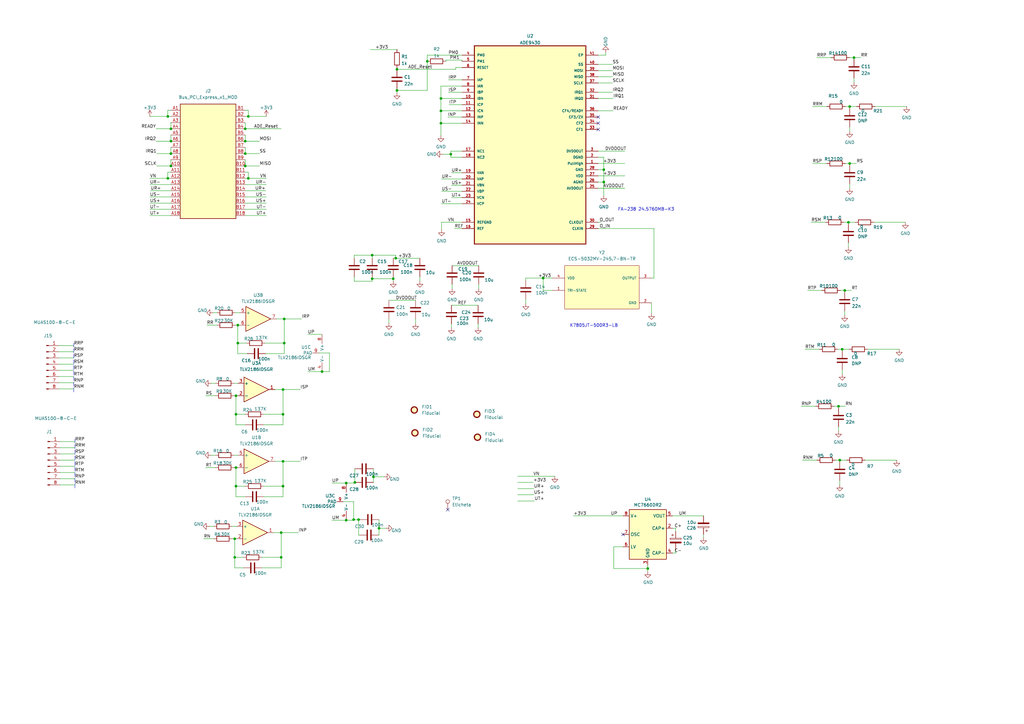
<source format=kicad_sch>
(kicad_sch (version 20211123) (generator eeschema)
  (paper "A3")
  (title_block (title "ADE Interface") (rev "4.0") (company "Delta Electronics SRL"))
  (junction (at 96.774 199.39))
  (junction (at 222.758 114.046))
  (junction (at 348.488 67.056))
  (junction (at 96.774 169.926))
  (junction (at 116.586 130.81))
  (junction (at 184.912 63.246))
  (junction (at 115.316 228.6))
  (junction (at 68.834 73.152))
  (junction (at 347.98 91.186))
  (junction (at 343.916 166.624))
  (junction (at 101.854 73.152))
  (junction (at 97.536 133.35))
  (junction (at 141.986 213.36))
  (junction (at 70.104 68.072))
  (junction (at 147.066 213.106))
  (junction (at 116.586 140.716))
  (junction (at 96.774 162.306))
  (junction (at 96.774 191.77))
  (junction (at 116.078 189.23))
  (junction (at 100.584 62.992))
  (junction (at 100.584 68.072))
  (junction (at 70.104 62.992))
  (junction (at 96.266 220.98))
  (junction (at 101.854 47.752))
  (junction (at 141.986 198.12))
  (junction (at 346.456 119.126))
  (junction (at 348.488 43.688))
  (junction (at 152.654 114.3))
  (junction (at 180.848 45.466))
  (junction (at 161.29 114.3))
  (junction (at 100.584 52.832))
  (junction (at 155.448 216.662))
  (junction (at 247.65 74.676))
  (junction (at 153.162 195.58))
  (junction (at 115.316 218.44))
  (junction (at 350.266 23.622))
  (junction (at 344.424 188.722))
  (junction (at 70.104 52.832))
  (junction (at 145.542 197.866))
  (junction (at 96.266 228.6))
  (junction (at 162.306 105.918))
  (junction (at 68.834 47.752))
  (junction (at 162.814 37.084))
  (junction (at 265.684 233.172))
  (junction (at 180.848 40.386))
  (junction (at 70.104 57.912))
  (junction (at 175.26 25.146))
  (junction (at 116.078 199.39))
  (junction (at 247.65 69.596))
  (junction (at 100.584 57.912))
  (junction (at 345.44 143.256))
  (junction (at 97.536 140.716))
  (junction (at 145.034 213.106))
  (junction (at 116.078 169.926))
  (junction (at 180.848 50.546))
  (junction (at 162.814 28.448))
  (junction (at 152.654 104.648))
  (junction (at 132.08 152.4))
  (junction (at 116.078 159.766))
  (no_connect (at 79.248 335.788))
  (no_connect (at 245.364 53.086))
  (no_connect (at 245.364 48.006))
  (no_connect (at 245.364 50.546))
  (no_connect (at 183.642 209.042))
  (no_connect (at 255.524 219.202))
  (wire (pts (xy 245.364 69.596) (xy 247.65 69.596)))
  (wire (pts (xy 347.98 99.568) (xy 347.98 101.346)))
  (wire (pts (xy 268.224 114.046) (xy 267.208 114.046)))
  (wire (pts (xy 184.912 63.246) (xy 181.61 63.246)))
  (wire (pts (xy 70.104 55.372) (xy 70.104 57.912)))
  (wire (pts (xy 24.13 141.732) (xy 30.226 141.732)))
  (wire (pts (xy 108.966 145.034) (xy 116.586 145.034)))
  (wire (pts (xy 83.566 220.98) (xy 87.63 220.98)))
  (wire (pts (xy 275.844 226.822) (xy 277.114 226.822)))
  (wire (pts (xy 347.98 91.186) (xy 350.774 91.186)))
  (wire (pts (xy 162.306 105.918) (xy 172.212 105.918)))
  (wire (pts (xy 70.104 50.292) (xy 70.104 52.832)))
  (wire (pts (xy 159.512 130.81) (xy 159.512 132.588)))
  (wire (pts (xy 109.22 88.392) (xy 100.584 88.392)))
  (wire (pts (xy 24.13 156.972) (xy 30.226 156.972)))
  (wire (pts (xy 84.328 191.77) (xy 88.392 191.77)))
  (wire (pts (xy 255.524 224.282) (xy 251.714 224.282)))
  (wire (pts (xy 245.364 91.186) (xy 246.38 91.186)))
  (wire (pts (xy 100.584 199.39) (xy 96.774 199.39)))
  (wire (pts (xy 101.092 140.716) (xy 97.536 140.716)))
  (wire (pts (xy 147.066 213.106) (xy 147.066 219.456)))
  (wire (pts (xy 181.102 73.406) (xy 189.484 73.406)))
  (wire (pts (xy 155.448 213.106) (xy 155.448 216.662)))
  (polyline (pts (xy 30.734 180.086) (xy 30.734 200.152)))
  (wire (pts (xy 347.98 91.186) (xy 347.98 91.948)))
  (wire (pts (xy 348.488 67.056) (xy 351.282 67.056)))
  (wire (pts (xy 140.716 205.74) (xy 145.034 205.74)))
  (wire (pts (xy 189.484 24.638) (xy 189.484 25.146)))
  (wire (pts (xy 267.208 124.206) (xy 267.208 128.524)))
  (wire (pts (xy 346.456 119.126) (xy 349.25 119.126)))
  (wire (pts (xy 182.88 25.146) (xy 182.88 24.638)))
  (wire (pts (xy 345.44 143.256) (xy 345.44 144.018)))
  (wire (pts (xy 247.65 64.516) (xy 245.364 64.516)))
  (wire (pts (xy 172.212 113.538) (xy 172.212 115.316)))
  (wire (pts (xy 335.026 23.622) (xy 340.868 23.622)))
  (wire (pts (xy 108.966 78.232) (xy 100.584 78.232)))
  (wire (pts (xy 116.586 140.716) (xy 116.586 130.81)))
  (wire (pts (xy 247.65 69.596) (xy 247.65 74.676)))
  (wire (pts (xy 346.202 91.186) (xy 347.98 91.186)))
  (wire (pts (xy 145.034 205.74) (xy 145.034 213.106)))
  (wire (pts (xy 24.638 198.882) (xy 30.734 198.882)))
  (wire (pts (xy 115.316 52.832) (xy 100.584 52.832)))
  (wire (pts (xy 155.448 216.662) (xy 158.242 216.662)))
  (wire (pts (xy 170.434 130.81) (xy 170.434 132.588)))
  (wire (pts (xy 96.266 232.918) (xy 99.822 232.918)))
  (wire (pts (xy 115.316 232.918) (xy 115.316 228.6)))
  (wire (pts (xy 96.266 232.918) (xy 96.266 228.6)))
  (wire (pts (xy 344.424 188.722) (xy 344.424 189.484)))
  (wire (pts (xy 189.484 48.006) (xy 183.642 48.006)))
  (wire (pts (xy 348.488 23.622) (xy 350.266 23.622)))
  (wire (pts (xy 343.916 166.624) (xy 343.916 167.386)))
  (wire (pts (xy 96.774 162.306) (xy 97.536 162.306)))
  (wire (pts (xy 135.128 152.4) (xy 132.08 152.4)))
  (wire (pts (xy 196.342 116.586) (xy 196.342 118.364)))
  (wire (pts (xy 342.646 188.722) (xy 344.424 188.722)))
  (wire (pts (xy 141.986 198.12) (xy 145.542 198.12)))
  (wire (pts (xy 68.834 47.752) (xy 70.104 47.752)))
  (wire (pts (xy 245.364 26.416) (xy 251.206 26.416)))
  (wire (pts (xy 24.638 188.722) (xy 30.734 188.722)))
  (wire (pts (xy 24.13 159.512) (xy 30.226 159.512)))
  (wire (pts (xy 108.204 169.926) (xy 116.078 169.926)))
  (wire (pts (xy 161.29 114.3) (xy 161.29 115.316)))
  (wire (pts (xy 344.424 197.104) (xy 344.424 198.882)))
  (wire (pts (xy 24.638 193.802) (xy 30.734 193.802)))
  (wire (pts (xy 68.834 73.152) (xy 70.104 73.152)))
  (wire (pts (xy 329.184 188.722) (xy 335.026 188.722)))
  (wire (pts (xy 350.266 23.622) (xy 353.06 23.622)))
  (wire (pts (xy 116.078 174.244) (xy 116.078 169.926)))
  (wire (pts (xy 107.442 228.6) (xy 115.316 228.6)))
  (wire (pts (xy 151.892 20.32) (xy 162.814 20.32)))
  (wire (pts (xy 212.344 195.326) (xy 227.584 195.326)))
  (wire (pts (xy 84.836 133.35) (xy 88.9 133.35)))
  (wire (pts (xy 215.646 114.046) (xy 215.646 115.062)))
  (wire (pts (xy 108.204 203.708) (xy 116.078 203.708)))
  (wire (pts (xy 155.448 219.456) (xy 155.194 219.456)))
  (wire (pts (xy 180.848 45.466) (xy 189.484 45.466)))
  (wire (pts (xy 277.114 216.662) (xy 277.114 217.932)))
  (wire (pts (xy 97.536 145.034) (xy 97.536 140.716)))
  (wire (pts (xy 162.814 27.94) (xy 162.814 28.448)))
  (wire (pts (xy 109.22 73.152) (xy 101.854 73.152)))
  (wire (pts (xy 245.364 93.726) (xy 268.224 93.726)))
  (wire (pts (xy 145.542 198.12) (xy 145.542 197.866)))
  (wire (pts (xy 61.468 85.852) (xy 70.104 85.852)))
  (wire (pts (xy 96.774 174.244) (xy 100.584 174.244)))
  (wire (pts (xy 180.848 50.546) (xy 189.484 50.546)))
  (wire (pts (xy 189.484 91.186) (xy 181.102 91.186)))
  (wire (pts (xy 152.654 114.3) (xy 161.29 114.3)))
  (wire (pts (xy 70.104 65.532) (xy 70.104 68.072)))
  (wire (pts (xy 328.676 166.624) (xy 334.518 166.624)))
  (wire (pts (xy 101.854 47.752) (xy 100.584 47.752)))
  (wire (pts (xy 182.88 24.638) (xy 189.484 24.638)))
  (wire (pts (xy 189.484 61.976) (xy 184.912 61.976)))
  (wire (pts (xy 155.448 216.662) (xy 155.448 219.456)))
  (wire (pts (xy 180.848 40.386) (xy 180.848 45.466)))
  (wire (pts (xy 185.166 125.222) (xy 196.088 125.222)))
  (wire (pts (xy 185.166 81.026) (xy 189.484 81.026)))
  (wire (pts (xy 245.364 45.466) (xy 251.46 45.466)))
  (wire (pts (xy 116.586 145.034) (xy 116.586 140.716)))
  (wire (pts (xy 108.204 199.39) (xy 116.078 199.39)))
  (wire (pts (xy 96.266 228.6) (xy 96.266 220.98)))
  (wire (pts (xy 115.316 218.44) (xy 122.428 218.44)))
  (wire (pts (xy 70.104 70.612) (xy 68.834 70.612)))
  (polyline (pts (xy 30.226 160.782) (xy 30.226 160.782)))
  (wire (pts (xy 332.74 91.186) (xy 338.582 91.186)))
  (wire (pts (xy 185.42 108.966) (xy 196.342 108.966)))
  (wire (pts (xy 215.646 122.682) (xy 215.646 124.46)))
  (wire (pts (xy 247.65 74.676) (xy 247.65 80.264)))
  (wire (pts (xy 245.364 74.676) (xy 247.65 74.676)))
  (wire (pts (xy 96.774 174.244) (xy 96.774 169.926)))
  (wire (pts (xy 275.844 211.582) (xy 288.544 211.582)))
  (wire (pts (xy 88.392 157.226) (xy 86.614 157.226)))
  (wire (pts (xy 108.204 174.244) (xy 116.078 174.244)))
  (wire (pts (xy 245.364 31.496) (xy 251.206 31.496)))
  (wire (pts (xy 350.266 32.004) (xy 350.266 33.782)))
  (wire (pts (xy 189.484 27.686) (xy 186.944 27.686)))
  (wire (pts (xy 61.468 75.692) (xy 70.104 75.692)))
  (wire (pts (xy 24.638 181.102) (xy 30.734 181.102)))
  (wire (pts (xy 248.412 22.606) (xy 248.412 21.59)))
  (wire (pts (xy 348.488 75.438) (xy 348.488 77.216)))
  (wire (pts (xy 344.424 188.722) (xy 347.218 188.722)))
  (wire (pts (xy 212.344 197.866) (xy 218.694 197.866)))
  (wire (pts (xy 132.08 137.16) (xy 126.238 137.16)))
  (wire (pts (xy 348.488 43.688) (xy 348.488 44.45)))
  (wire (pts (xy 61.468 80.772) (xy 70.104 80.772)))
  (wire (pts (xy 153.162 195.58) (xy 153.162 197.866)))
  (wire (pts (xy 61.468 88.392) (xy 70.104 88.392)))
  (wire (pts (xy 186.944 28.448) (xy 162.814 28.448)))
  (wire (pts (xy 162.814 28.448) (xy 162.814 28.702)))
  (wire (pts (xy 145.034 213.106) (xy 145.034 213.36)))
  (wire (pts (xy 68.834 70.612) (xy 68.834 73.152)))
  (wire (pts (xy 186.944 27.686) (xy 186.944 28.448)))
  (wire (pts (xy 141.986 213.36) (xy 136.144 213.36)))
  (wire (pts (xy 181.102 91.186) (xy 181.102 94.234)))
  (wire (pts (xy 109.22 75.692) (xy 100.584 75.692)))
  (wire (pts (xy 355.854 143.256) (xy 368.808 143.256)))
  (wire (pts (xy 96.774 203.708) (xy 96.774 199.39)))
  (wire (pts (xy 180.848 35.306) (xy 180.848 40.386)))
  (wire (pts (xy 162.814 36.322) (xy 162.814 37.084)))
  (wire (pts (xy 100.584 45.212) (xy 101.854 45.212)))
  (wire (pts (xy 116.586 130.81) (xy 123.698 130.81)))
  (wire (pts (xy 70.104 62.992) (xy 64.262 62.992)))
  (wire (pts (xy 189.484 64.516) (xy 184.912 64.516)))
  (wire (pts (xy 185.166 132.842) (xy 185.166 134.366)))
  (wire (pts (xy 101.854 70.612) (xy 101.854 73.152)))
  (wire (pts (xy 344.678 119.126) (xy 346.456 119.126)))
  (wire (pts (xy 245.364 34.036) (xy 251.206 34.036)))
  (wire (pts (xy 346.71 43.688) (xy 348.488 43.688)))
  (wire (pts (xy 97.536 145.034) (xy 101.346 145.034)))
  (wire (pts (xy 180.848 40.386) (xy 189.484 40.386)))
  (wire (pts (xy 161.29 113.538) (xy 161.29 114.3)))
  (wire (pts (xy 132.08 152.4) (xy 126.238 152.4)))
  (wire (pts (xy 226.568 114.046) (xy 222.758 114.046)))
  (wire (pts (xy 185.166 70.866) (xy 189.484 70.866)))
  (wire (pts (xy 186.436 93.726) (xy 189.484 93.726)))
  (wire (pts (xy 184.912 61.976) (xy 184.912 63.246)))
  (wire (pts (xy 109.22 47.752) (xy 101.854 47.752)))
  (wire (pts (xy 115.316 228.6) (xy 115.316 218.44)))
  (wire (pts (xy 189.484 35.306) (xy 180.848 35.306)))
  (wire (pts (xy 96.012 162.306) (xy 96.774 162.306)))
  (wire (pts (xy 212.344 202.946) (xy 218.948 202.946)))
  (wire (pts (xy 24.638 196.342) (xy 30.734 196.342)))
  (wire (pts (xy 24.13 146.812) (xy 30.226 146.812)))
  (wire (pts (xy 343.916 175.006) (xy 343.916 176.784)))
  (wire (pts (xy 24.638 191.262) (xy 30.734 191.262)))
  (wire (pts (xy 109.22 83.312) (xy 100.584 83.312)))
  (wire (pts (xy 180.848 50.546) (xy 180.848 55.626)))
  (wire (pts (xy 147.574 219.456) (xy 147.066 219.456)))
  (wire (pts (xy 185.166 75.946) (xy 189.484 75.946)))
  (wire (pts (xy 145.288 105.918) (xy 145.288 104.648)))
  (wire (pts (xy 101.854 73.152) (xy 100.584 73.152)))
  (wire (pts (xy 346.456 127.508) (xy 346.456 129.286)))
  (wire (pts (xy 87.63 215.9) (xy 85.852 215.9)))
  (wire (pts (xy 100.584 62.992) (xy 106.426 62.992)))
  (wire (pts (xy 343.662 143.256) (xy 345.44 143.256)))
  (wire (pts (xy 61.722 78.232) (xy 70.104 78.232)))
  (polyline (pts (xy 30.734 200.152) (xy 30.734 200.152)))
  (wire (pts (xy 70.104 45.212) (xy 68.834 45.212)))
  (wire (pts (xy 153.162 195.58) (xy 157.48 195.58)))
  (wire (pts (xy 212.344 200.406) (xy 218.948 200.406)))
  (wire (pts (xy 189.484 32.766) (xy 183.896 32.766)))
  (wire (pts (xy 245.364 72.136) (xy 256.286 72.136)))
  (wire (pts (xy 145.288 104.648) (xy 152.654 104.648)))
  (wire (pts (xy 350.266 23.622) (xy 350.266 24.384)))
  (wire (pts (xy 100.584 70.612) (xy 101.854 70.612)))
  (wire (pts (xy 68.834 45.212) (xy 68.834 47.752)))
  (wire (pts (xy 96.774 203.708) (xy 100.584 203.708)))
  (wire (pts (xy 265.684 231.902) (xy 265.684 233.172)))
  (wire (pts (xy 235.204 211.582) (xy 255.524 211.582)))
  (wire (pts (xy 345.44 151.638) (xy 345.44 153.416)))
  (wire (pts (xy 113.538 130.81) (xy 116.586 130.81)))
  (wire (pts (xy 100.584 57.912) (xy 106.426 57.912)))
  (wire (pts (xy 162.814 37.084) (xy 162.814 38.1)))
  (wire (pts (xy 245.364 61.976) (xy 256.286 61.976)))
  (wire (pts (xy 152.654 105.918) (xy 152.654 104.648)))
  (wire (pts (xy 24.638 186.182) (xy 30.734 186.182)))
  (wire (pts (xy 107.442 232.918) (xy 115.316 232.918)))
  (wire (pts (xy 161.29 105.918) (xy 162.306 105.918)))
  (wire (pts (xy 116.078 159.766) (xy 123.19 159.766)))
  (wire (pts (xy 175.26 25.146) (xy 175.26 37.084)))
  (wire (pts (xy 88.9 128.27) (xy 87.376 128.27)))
  (wire (pts (xy 251.714 224.282) (xy 251.714 233.172)))
  (wire (pts (xy 116.078 199.39) (xy 116.078 189.23)))
  (wire (pts (xy 112.268 218.44) (xy 115.316 218.44)))
  (wire (pts (xy 348.488 43.688) (xy 351.282 43.688)))
  (wire (pts (xy 96.52 133.35) (xy 97.536 133.35)))
  (wire (pts (xy 61.468 83.312) (xy 70.104 83.312)))
  (wire (pts (xy 116.078 189.23) (xy 123.19 189.23)))
  (wire (pts (xy 70.104 57.912) (xy 64.008 57.912)))
  (wire (pts (xy 184.15 42.926) (xy 189.484 42.926)))
  (wire (pts (xy 251.714 233.172) (xy 265.684 233.172)))
  (wire (pts (xy 109.22 80.772) (xy 100.584 80.772)))
  (wire (pts (xy 116.078 169.926) (xy 116.078 159.766)))
  (wire (pts (xy 245.364 40.386) (xy 251.46 40.386)))
  (wire (pts (xy 222.758 119.126) (xy 222.758 114.046)))
  (wire (pts (xy 184.912 64.516) (xy 184.912 63.246)))
  (wire (pts (xy 96.774 169.926) (xy 96.774 162.306)))
  (wire (pts (xy 358.394 91.186) (xy 371.348 91.186)))
  (wire (pts (xy 348.488 52.07) (xy 348.488 53.848)))
  (wire (pts (xy 185.42 116.586) (xy 185.42 118.364)))
  (wire (pts (xy 99.822 228.6) (xy 96.266 228.6)))
  (wire (pts (xy 112.776 189.23) (xy 116.078 189.23)))
  (wire (pts (xy 101.854 45.212) (xy 101.854 47.752)))
  (wire (pts (xy 348.488 67.056) (xy 348.488 67.818)))
  (wire (pts (xy 141.986 198.12) (xy 136.144 198.12)))
  (wire (pts (xy 226.568 119.126) (xy 222.758 119.126)))
  (wire (pts (xy 346.456 119.126) (xy 346.456 119.888)))
  (wire (pts (xy 354.838 188.722) (xy 367.792 188.722)))
  (wire (pts (xy 61.468 47.752) (xy 68.834 47.752)))
  (wire (pts (xy 181.102 78.486) (xy 189.484 78.486)))
  (wire (pts (xy 70.104 68.072) (xy 64.262 68.072)))
  (wire (pts (xy 152.654 114.3) (xy 152.654 115.316)))
  (wire (pts (xy 183.896 37.846) (xy 189.484 37.846)))
  (wire (pts (xy 109.22 85.852) (xy 100.584 85.852)))
  (wire (pts (xy 343.916 166.624) (xy 346.71 166.624)))
  (wire (pts (xy 153.162 192.278) (xy 153.162 195.58)))
  (wire (pts (xy 152.654 104.648) (xy 162.306 104.648)))
  (wire (pts (xy 100.584 68.072) (xy 106.426 68.072)))
  (wire (pts (xy 100.584 65.532) (xy 100.584 68.072)))
  (wire (pts (xy 108.712 140.716) (xy 116.586 140.716)))
  (wire (pts (xy 346.71 67.056) (xy 348.488 67.056)))
  (wire (pts (xy 96.774 191.77) (xy 97.536 191.77)))
  (wire (pts (xy 288.544 219.202) (xy 288.544 220.472)))
  (wire (pts (xy 333.248 43.688) (xy 339.09 43.688)))
  (wire (pts (xy 345.44 143.256) (xy 348.234 143.256)))
  (wire (pts (xy 100.584 50.292) (xy 100.584 52.832)))
  (wire (pts (xy 147.066 213.106) (xy 147.828 213.106)))
  (wire (pts (xy 245.364 37.846) (xy 251.206 37.846)))
  (wire (pts (xy 24.13 144.272) (xy 30.226 144.272)))
  (wire (pts (xy 84.328 162.306) (xy 88.392 162.306)))
  (wire (pts (xy 212.344 205.486) (xy 219.202 205.486)))
  (wire (pts (xy 277.114 226.822) (xy 277.114 225.552)))
  (wire (pts (xy 97.536 133.35) (xy 98.298 133.35)))
  (wire (pts (xy 265.684 233.172) (xy 265.684 234.442)))
  (wire (pts (xy 333.248 67.056) (xy 339.09 67.056)))
  (wire (pts (xy 96.52 128.27) (xy 98.298 128.27)))
  (wire (pts (xy 268.224 93.726) (xy 268.224 114.046)))
  (wire (pts (xy 196.088 132.842) (xy 196.088 134.366)))
  (wire (pts (xy 95.25 220.98) (xy 96.266 220.98)))
  (wire (pts (xy 96.012 191.77) (xy 96.774 191.77)))
  (wire (pts (xy 162.814 37.084) (xy 175.26 37.084)))
  (wire (pts (xy 152.654 113.538) (xy 152.654 114.3)))
  (wire (pts (xy 100.584 60.452) (xy 100.584 62.992)))
  (wire (pts (xy 112.776 159.766) (xy 116.078 159.766)))
  (wire (pts (xy 245.364 77.216) (xy 256.286 77.216)))
  (wire (pts (xy 100.584 169.926) (xy 96.774 169.926)))
  (wire (pts (xy 145.542 192.278) (xy 145.542 197.866)))
  (wire (pts (xy 24.638 183.642) (xy 30.734 183.642)))
  (wire (pts (xy 222.758 114.046) (xy 215.646 114.046)))
  (wire (pts (xy 145.288 113.538) (xy 145.288 115.316)))
  (wire (pts (xy 189.484 22.606) (xy 175.26 22.606)))
  (wire (pts (xy 145.034 213.36) (xy 141.986 213.36)))
  (wire (pts (xy 275.844 216.662) (xy 277.114 216.662)))
  (wire (pts (xy 61.468 73.152) (xy 68.834 73.152)))
  (wire (pts (xy 95.25 215.9) (xy 97.028 215.9)))
  (wire (pts (xy 24.13 154.432) (xy 30.226 154.432)))
  (wire (pts (xy 331.216 119.126) (xy 337.058 119.126)))
  (wire (pts (xy 145.034 213.106) (xy 147.066 213.106)))
  (wire (pts (xy 130.81 144.78) (xy 135.128 144.78)))
  (wire (pts (xy 162.306 104.648) (xy 162.306 105.918)))
  (wire (pts (xy 24.13 149.352) (xy 30.226 149.352)))
  (wire (pts (xy 175.26 22.606) (xy 175.26 25.146)))
  (wire (pts (xy 342.138 166.624) (xy 343.916 166.624)))
  (wire (pts (xy 97.536 140.716) (xy 97.536 133.35)))
  (wire (pts (xy 135.128 144.78) (xy 135.128 152.4)))
  (wire (pts (xy 96.266 220.98) (xy 97.028 220.98)))
  (wire (pts (xy 180.848 45.466) (xy 180.848 50.546)))
  (wire (pts (xy 116.078 203.708) (xy 116.078 199.39)))
  (wire (pts (xy 245.364 67.056) (xy 256.286 67.056)))
  (wire (pts (xy 247.65 64.516) (xy 247.65 69.596)))
  (wire (pts (xy 152.654 115.316) (xy 145.288 115.316)))
  (wire (pts (xy 70.104 60.452) (xy 70.104 62.992)))
  (wire (pts (xy 330.2 143.256) (xy 336.042 143.256)))
  (wire (pts (xy 245.364 28.956) (xy 251.206 28.956)))
  (wire (pts (xy 88.392 186.69) (xy 86.614 186.69)))
  (wire (pts (xy 96.012 186.69) (xy 97.536 186.69)))
  (wire (pts (xy 70.104 52.832) (xy 64.008 52.832)))
  (wire (pts (xy 245.364 22.606) (xy 248.412 22.606)))
  (wire (pts (xy 24.13 151.892) (xy 30.226 151.892)))
  (polyline (pts (xy 30.226 140.716) (xy 30.226 160.782)))
  (wire (pts (xy 358.902 43.688) (xy 371.856 43.688)))
  (wire (pts (xy 181.102 83.566) (xy 189.484 83.566)))
  (wire (pts (xy 100.584 55.372) (xy 100.584 57.912)))
  (wire (pts (xy 159.512 123.19) (xy 170.434 123.19)))
  (wire (pts (xy 96.774 199.39) (xy 96.774 191.77)))
  (wire (pts (xy 96.012 157.226) (xy 97.536 157.226)))
  (text "FA-238 24.5760MB-K3" (at 253.4158 86.7156 0) (effects (font (size 1.27 1.27)) (justify left bottom)))
  (text "K7805JT-500R3-LB" (at 233.68 134.366 0) (effects (font (size 1.27 1.27)) (justify left bottom)))
  (label "+3V3" (at 220.726 114.046 0))
  (label "C-" (at 276.606 226.822 0))
  (label "RSP" (at 30.734 186.182 0))
  (label "RS" (at 351.282 67.056 0))
  (label "RRM" (at 30.226 144.272 0))
  (label "UM" (at 278.384 211.582 0))
  (label "RRM" (at 30.734 183.642 0))
  (label "INP" (at 122.428 218.44 0))
  (label "RNM" (at 30.226 159.512 0))
  (label "US+" (at 109.22 83.312 180))
  (label "+3V3" (at 218.694 197.866 0))
  (label "RTP" (at 331.216 119.126 0))
  (label "IRQ2" (at 64.008 57.912 180))
  (label "US-" (at 181.102 78.486 0))
  (label "REF" (at 186.436 93.726 0))
  (label "US-" (at 109.22 80.772 180))
  (label "RSM" (at 30.734 188.722 0))
  (label "RNP" (at 328.676 166.624 0))
  (label "O_OUT" (at 245.872 91.186 0))
  (label "SCLK" (at 251.206 34.036 0))
  (label "UP" (at 136.144 198.12 0))
  (label "MOSI" (at 251.206 28.956 0))
  (label "UR-" (at 181.102 73.406 0))
  (label "+3V3" (at 163.322 105.918 0))
  (label "PM0" (at 183.896 22.606 0))
  (label "RR" (at 84.836 133.35 0))
  (label "RSM" (at 30.226 149.352 0))
  (label "VN" (at 218.694 195.326 0))
  (label "IRQ1" (at 64.262 62.992 180))
  (label "MOSI" (at 106.426 57.912 0))
  (label "REF" (at 187.706 125.222 0))
  (label "PM1" (at 184.404 24.638 0))
  (label "+3V3" (at 235.204 211.582 0))
  (label "VN" (at 109.22 73.152 180))
  (label "RNM" (at 329.184 188.722 0))
  (label "DVDDOUT" (at 248.158 61.976 0))
  (label "VN" (at 183.642 91.186 0))
  (label "READY" (at 64.008 52.832 180))
  (label "RNP" (at 30.226 156.972 0))
  (label "+3V3" (at 247.396 67.056 0))
  (label "+3V3" (at 247.396 72.136 0))
  (label "RTP" (at 30.734 191.262 0))
  (label "MISO" (at 106.426 68.072 0))
  (label "UP" (at 250.444 211.582 0))
  (label "UT+" (at 185.166 81.026 0))
  (label "RN" (at 346.71 166.624 0))
  (label "ITP" (at 123.19 189.23 0))
  (label "RTP" (at 30.226 151.892 0))
  (label "MISO" (at 251.206 31.496 0))
  (label "RNM" (at 30.734 198.882 0))
  (label "RSP" (at 333.248 67.056 0))
  (label "AVDDOUT" (at 187.452 108.966 0))
  (label "US+" (at 218.948 202.946 0))
  (label "SS" (at 106.426 62.992 0))
  (label "IRQ1" (at 251.46 40.386 0))
  (label "RRM" (at 333.248 43.688 0))
  (label "RS" (at 84.328 162.306 0))
  (label "C+" (at 276.606 216.662 0))
  (label "RRP" (at 30.226 141.732 0))
  (label "UR-" (at 61.468 75.692 0))
  (label "UT-" (at 61.468 85.852 0))
  (label "O_IN" (at 245.872 93.726 0))
  (label "UT+" (at 109.22 88.392 180))
  (label "UT+" (at 61.468 88.392 0))
  (label "RSM" (at 332.74 91.186 0))
  (label "RN" (at 83.566 220.98 0))
  (label "SCLK" (at 64.262 68.072 180))
  (label "UT-" (at 181.102 83.566 0))
  (label "UP" (at 126.238 137.16 0))
  (label "AVDDOUT" (at 247.396 77.216 0))
  (label "UT+" (at 219.202 205.486 0))
  (label "US+" (at 185.166 75.946 0))
  (label "DVDDOUT" (at 162.306 123.19 0))
  (label "VN" (at 61.468 73.152 0))
  (label "RRP" (at 335.026 23.622 0))
  (label "RTM" (at 30.226 154.432 0))
  (label "US+" (at 61.468 83.312 0))
  (label "RTM" (at 30.734 193.802 0))
  (label "IRQ2" (at 251.206 37.846 0))
  (label "ISP" (at 183.896 37.846 0))
  (label "US-" (at 61.468 80.772 0))
  (label "SS" (at 251.206 26.416 0))
  (label "READY" (at 251.46 45.466 0))
  (label "ADE_Reset" (at 104.14 52.832 0))
  (label "UR+" (at 218.948 200.406 0))
  (label "UR+" (at 61.722 78.232 0))
  (label "RT" (at 84.328 191.77 0))
  (label "UM" (at 126.238 152.4 0))
  (label "+3V3" (at 153.924 20.32 0))
  (label "RRP" (at 30.734 181.102 0))
  (label "IRP" (at 123.698 130.81 0))
  (label "RNP" (at 30.734 196.342 0))
  (label "ADE_Reset" (at 167.386 28.448 0))
  (label "UM" (at 136.144 213.36 0))
  (label "UR-" (at 109.22 75.692 180))
  (label "RSP" (at 30.226 146.812 0))
  (label "RT" (at 349.25 119.126 0))
  (label "INP" (at 183.642 48.006 0))
  (label "RTM" (at 330.2 143.256 0))
  (label "ISP" (at 123.19 159.766 0))
  (label "RR" (at 353.06 23.622 0))
  (label "UT-" (at 109.22 85.852 180))
  (label "UR+" (at 185.166 70.866 0))
  (label "IRP" (at 183.896 32.766 0))
  (label "ITP" (at 184.15 42.926 0))
  (label "UR+" (at 108.966 78.232 180))
  (symbol (lib_id "power:GND") (at 172.212 115.316 0) (mirror y) (unit 1)
    (property "Reference" "#PWR0157" (effects hide))
    (property "Value" "GND" (at 172.212 119.8785 0))
  )
  (symbol (lib_id "Device:C") (at 103.632 232.918 270) (unit 1)
    (property "Reference" "C5" (at 99.4918 235.7374 90))
    (property "Value" "100n" (at 106.8578 235.1024 90))
    (property "Footprint" "Capacitor_SMD:C_0402_1005Metric" (effects hide))
  )
  (symbol (lib_id "power:GND") (at 348.488 53.848 0) (unit 1)
    (property "Reference" "#PWR09" (effects hide))
    (property "Value" "GND" (at 348.488 58.4105 0))
  )
  (symbol (lib_id "Device:C") (at 105.156 145.034 270) (unit 1)
    (property "Reference" "C16" (at 101.0158 147.8534 90))
    (property "Value" "100n" (at 108.3818 147.2184 90))
    (property "Footprint" "Capacitor_SMD:C_0402_1005Metric" (effects hide))
  )
  (symbol (lib_name "OPA2134_1") (lib_id "Amplifier_Operational:OPA2134") (at 134.62 144.78 0) (unit 3)
    (property "Reference" "U1" (at 127.5588 142.3924 0) (effects (justify right)))
    (property "Value" "TLV2186IDSGR" (at 127.6351 146.6466 0) (effects (justify right)))
    (property "Footprint" "Package_SON:WSON-8-1EP_2x2mm_P0.5mm_EP0.9x1.6mm_ThermalVias" (effects hide))
    (property "Datasheet" "http://www.ti.com/lit/ds/symlink/opa134.pdf" (effects hide))
  )
  (symbol (lib_id "power:GND") (at 85.852 215.9 270) (unit 1)
    (property "Reference" "#PWR010" (effects hide))
    (property "Value" "GND" (at 81.5086 214.9602 90))
  )
  (symbol (lib_id "Device:R") (at 351.028 188.722 90) (unit 1)
    (property "Reference" "R7" (at 355.6 191.262 90) (effects (justify right)))
    (property "Value" "0" (at 349.1614 190.5 90) (effects (justify right)))
    (property "Footprint" "Resistor_SMD:R_0402_1005Metric" (effects hide))
  )
  (symbol (lib_id "Device:R") (at 92.71 128.27 270) (unit 1)
    (property "Reference" "R20" (at 91.8015 126.492 90) (effects (justify right)))
    (property "Value" "0" (at 94.5766 126.492 90) (effects (justify right)))
    (property "Footprint" "Resistor_SMD:R_0402_1005Metric" (effects hide))
  )
  (symbol (lib_id "Device:C") (at 145.288 109.728 0) (unit 1)
    (property "Reference" "C2" (at 147.3454 107.2388 0) (effects (justify left)))
    (property "Value" "100n" (at 148.209 111.5946 0) (effects (justify left)))
    (property "Footprint" "Capacitor_SMD:C_0603_1608Metric" (effects hide))
  )
  (symbol (lib_name "OPA2134_1") (lib_id "Amplifier_Operational:OPA2134") (at 144.526 205.74 0) (unit 3)
    (property "Reference" "U3" (at 137.4648 203.3524 0) (effects (justify right)))
    (property "Value" "TLV2186IDSGR" (at 137.5411 207.6066 0) (effects (justify right)))
    (property "Footprint" "Package_SON:WSON-8-1EP_2x2mm_P0.5mm_EP0.9x1.6mm_ThermalVias" (effects hide))
    (property "Datasheet" "http://www.ti.com/lit/ds/symlink/opa134.pdf" (effects hide))
  )
  (symbol (lib_id "Device:CP") (at 288.544 215.392 180) (unit 1)
    (property "Reference" "C26" (at 285.5468 216.5604 0) (effects (justify left)))
    (property "Value" "10u" (at 285.5468 214.249 0) (effects (justify left)))
    (property "Footprint" "Capacitor_SMD:C_1206_3216Metric" (effects hide))
  )
  (symbol (lib_id "Device:CP") (at 277.114 221.742 0) (unit 1)
    (property "Reference" "C25" (at 280.1112 220.5736 0) (effects (justify left)))
    (property "Value" "10u" (at 280.1112 222.885 0) (effects (justify left)))
    (property "Footprint" "Capacitor_SMD:C_1206_3216Metric" (effects hide))
  )
  (symbol (lib_id "Device:R") (at 338.836 188.722 270) (unit 1)
    (property "Reference" "R5" (at 337.9275 186.944 90) (effects (justify right)))
    (property "Value" "0" (at 341.63 186.8424 90) (effects (justify right)))
    (property "Footprint" "Resistor_SMD:R_0402_1005Metric" (effects hide))
  )
  (symbol (lib_id "power:GND") (at 343.916 176.784 0) (unit 1)
    (property "Reference" "#PWR01" (effects hide))
    (property "Value" "GND" (at 343.916 181.3465 0))
  )
  (symbol (lib_id "Device:C") (at 196.088 129.032 0) (mirror y) (unit 1)
    (property "Reference" "C24" (at 193.167 128.1235 0) (effects (justify left)))
    (property "Value" "10u" (at 202.2856 131.0894 0) (effects (justify left)))
    (property "Footprint" "Capacitor_SMD:C_1206_3216Metric" (effects hide))
  )
  (symbol (lib_id "power:GND") (at 215.646 124.46 0) (unit 1)
    (property "Reference" "#PWR0161" (effects hide))
    (property "Value" "GND" (at 215.646 129.0225 0))
  )
  (symbol (lib_id "Device:R") (at 355.092 43.688 90) (unit 1)
    (property "Reference" "R21" (at 358.14 45.466 90) (effects (justify right)))
    (property "Value" "0" (at 353.2254 45.466 90) (effects (justify right)))
    (property "Footprint" "Resistor_SMD:R_0402_1005Metric" (effects hide))
  )
  (symbol (lib_id "Device:R") (at 91.44 220.98 270) (unit 1)
    (property "Reference" "R6" (at 90.5315 219.202 90) (effects (justify right)))
    (property "Value" "30K" (at 94.4626 219.1004 90) (effects (justify right)))
    (property "Footprint" "Resistor_SMD:R_0402_1005Metric" (effects hide))
  )
  (symbol (lib_id "Device:C") (at 346.456 123.698 0) (unit 1)
    (property "Reference" "C7" (at 349.377 122.7895 0) (effects (justify left)))
    (property "Value" "22n" (at 349.377 125.5646 0) (effects (justify left)))
    (property "Footprint" "Capacitor_SMD:C_0402_1005Metric" (effects hide))
  )
  (symbol (lib_id "power:GND") (at 367.792 188.722 0) (unit 1)
    (property "Reference" "#PWR017" (effects hide))
    (property "Value" "GND" (at 367.792 193.2845 0))
  )
  (symbol (lib_id "power:GND") (at 161.29 115.316 0) (unit 1)
    (property "Reference" "#PWR0158" (effects hide))
    (property "Value" "GND" (at 161.29 119.8785 0))
  )
  (symbol (lib_id "Device:R") (at 339.852 143.256 270) (unit 1)
    (property "Reference" "R11" (at 338.9435 141.478 90) (effects (justify right)))
    (property "Value" "0" (at 342.646 141.3764 90) (effects (justify right)))
    (property "Footprint" "Resistor_SMD:R_0402_1005Metric" (effects hide))
  )
  (symbol (lib_id "Device:C") (at 151.638 213.106 270) (unit 1)
    (property "Reference" "C30" (at 147.4978 215.9254 90))
    (property "Value" "100n" (at 154.8638 215.2904 90))
    (property "Footprint" "Capacitor_SMD:C_0402_1005Metric" (effects hide))
  )
  (symbol (lib_id "Regulator_SwitchedCapacitor:LMC7660") (at 265.684 219.202 0) (unit 1)
    (property "Reference" "U4" (at 265.684 204.8002 0))
    (property "Value" "MC7660DR2" (at 265.684 207.1116 0))
    (property "Footprint" "Package_SO:SO-8_3.9x4.9mm_P1.27mm" (effects hide))
    (property "Datasheet" "http://www.ti.com/lit/ds/symlink/lmc7660.pdf" (effects hide))
  )
  (symbol (lib_id "power:GND") (at 185.42 118.364 0) (unit 1)
    (property "Reference" "#PWR0166" (effects hide))
    (property "Value" "GND" (at 185.42 122.9265 0))
  )
  (symbol (lib_id "power:GND") (at 371.348 91.186 0) (unit 1)
    (property "Reference" "#PWR019" (effects hide))
    (property "Value" "GND" (at 371.348 95.7485 0))
  )
  (symbol (lib_id "ECS-5032:ECS-5032MV-245.7-BN-TR") (at 246.888 116.586 0) (unit 1)
    (property "Reference" "Y2" (at 246.888 103.5812 0))
    (property "Value" "ECS-5032MV-245.7-BN-TR" (at 246.888 106.1212 0))
    (property "Footprint" "Oscillator:OSC_ECS-5032MV-245.7-BN-TR" (effects hide))
  )
  (symbol (lib_id "Device:C") (at 151.384 219.456 270) (unit 1)
    (property "Reference" "C29" (at 147.2438 222.2754 90))
    (property "Value" "100n" (at 154.6098 221.6404 90))
    (property "Footprint" "Capacitor_SMD:C_0402_1005Metric" (effects hide))
  )
  (symbol (lib_id "power:GND") (at 157.48 195.58 90) (unit 1)
    (property "Reference" "#PWR03" (effects hide))
    (property "Value" "GND" (at 161.8234 196.5198 90))
  )
  (symbol (lib_id "Amplifier_Operational:OPA2134") (at 105.156 159.766 0) (unit 1)
    (property "Reference" "U3" (at 105.156 148.9456 0))
    (property "Value" "TLV2186IDSGR" (at 105.156 151.4856 0))
    (property "Footprint" "Package_SON:WSON-8-1EP_2x2mm_P0.5mm_EP0.9x1.6mm_ThermalVias" (effects hide))
    (property "Datasheet" "http://www.ti.com/lit/ds/symlink/opa134.pdf" (effects hide))
  )
  (symbol (lib_id "Device:R") (at 92.202 186.69 270) (unit 1)
    (property "Reference" "R16" (at 91.2935 184.912 90) (effects (justify right)))
    (property "Value" "0" (at 94.0686 184.912 90) (effects (justify right)))
    (property "Footprint" "Resistor_SMD:R_0402_1005Metric" (effects hide))
  )
  (symbol (lib_id "Device:R") (at 342.9 43.688 270) (unit 1)
    (property "Reference" "R15" (at 343.662 39.37 90) (effects (justify right)))
    (property "Value" "0" (at 345.694 41.8084 90) (effects (justify right)))
    (property "Footprint" "Resistor_SMD:R_0402_1005Metric" (effects hide))
  )
  (symbol (lib_id "power:+3.3V") (at 61.468 47.752 0) (unit 1)
    (property "Reference" "#PWR011" (effects hide))
    (property "Value" "+3.3V" (at 61.468 44.1475 0))
  )
  (symbol (lib_id "Device:R") (at 338.328 166.624 270) (unit 1)
    (property "Reference" "R4" (at 337.4195 164.846 90) (effects (justify right)))
    (property "Value" "100" (at 341.122 164.7444 90) (effects (justify right)))
    (property "Footprint" "Resistor_SMD:R_0402_1005Metric" (effects hide))
  )
  (symbol (lib_id "power:GND") (at 87.376 128.27 270) (unit 1)
    (property "Reference" "#PWR016" (effects hide))
    (property "Value" "GND" (at 83.0326 127.3302 90))
  )
  (symbol (lib_id "power:GND") (at 86.614 186.69 270) (unit 1)
    (property "Reference" "#PWR015" (effects hide))
    (property "Value" "GND" (at 82.2706 185.7502 90))
  )
  (symbol (lib_id "Device:C") (at 152.654 109.728 0) (unit 1)
    (property "Reference" "C15" (at 154.7114 107.2388 0) (effects (justify left)))
    (property "Value" "100n" (at 155.575 111.5946 0) (effects (justify left)))
    (property "Footprint" "Capacitor_SMD:C_0402_1005Metric" (effects hide))
  )
  (symbol (lib_id "power:+3.3V") (at 109.22 47.752 0) (mirror y) (unit 1)
    (property "Reference" "#PWR012" (effects hide))
    (property "Value" "+3.3V" (at 109.22 44.1475 0))
  )
  (symbol (lib_id "power:GND") (at 170.434 132.588 0) (mirror y) (unit 1)
    (property "Reference" "#PWR0155" (effects hide))
    (property "Value" "GND" (at 170.434 137.1505 0))
  )
  (symbol (lib_id "power:GND") (at 162.814 38.1 0) (unit 1)
    (property "Reference" "#PWR0169" (effects hide))
    (property "Value" "GND" (at 162.814 42.6625 0))
  )
  (symbol (lib_id "Device:C") (at 196.342 112.776 0) (mirror y) (unit 1)
    (property "Reference" "C20" (at 193.421 111.8675 0) (effects (justify left)))
    (property "Value" "10u" (at 202.5396 114.8334 0) (effects (justify left)))
    (property "Footprint" "Capacitor_SMD:C_1206_3216Metric" (effects hide))
  )
  (symbol (lib_id "power:GND") (at 159.512 132.588 0) (unit 1)
    (property "Reference" "#PWR0156" (effects hide))
    (property "Value" "GND" (at 159.512 137.1505 0))
  )
  (symbol (lib_id "Device:C") (at 161.29 109.728 0) (unit 1)
    (property "Reference" "C17" (at 163.3474 107.2388 0) (effects (justify left)))
    (property "Value" "100n" (at 164.211 111.5946 0) (effects (justify left)))
    (property "Footprint" "Capacitor_SMD:C_0402_1005Metric" (effects hide))
  )
  (symbol (lib_id "power:GND") (at 185.166 134.366 0) (unit 1)
    (property "Reference" "#PWR0164" (effects hide))
    (property "Value" "GND" (at 185.166 138.9285 0))
  )
  (symbol (lib_id "power:GND") (at 345.44 153.416 0) (unit 1)
    (property "Reference" "#PWR05" (effects hide))
    (property "Value" "GND" (at 345.44 157.9785 0))
  )
  (symbol (lib_id "Mechanical:Fiducial") (at 169.926 168.148 0) (unit 1)
    (property "Reference" "FID1" (at 172.974 166.8779 0) (effects (justify left)))
    (property "Value" "Fiducial" (at 172.974 169.4179 0) (effects (justify left)))
    (property "Footprint" "Fiducial:Fiducial_1mm_Mask2mm" (effects hide))
  )
  (symbol (lib_id "Device:C") (at 348.488 71.628 0) (unit 1)
    (property "Reference" "C9" (at 351.409 70.7195 0) (effects (justify left)))
    (property "Value" "22n" (at 351.409 73.4946 0) (effects (justify left)))
    (property "Footprint" "Capacitor_SMD:C_0402_1005Metric" (effects hide))
  )
  (symbol (lib_id "power:GND") (at 196.088 134.366 0) (mirror y) (unit 1)
    (property "Reference" "#PWR0162" (effects hide))
    (property "Value" "GND" (at 196.088 138.9285 0))
  )
  (symbol (lib_id "power:GND") (at 267.208 128.524 0) (unit 1)
    (property "Reference" "#PWR0160" (effects hide))
    (property "Value" "GND" (at 267.208 133.0865 0))
  )
  (symbol (lib_id "power:GND") (at 247.65 80.264 0) (unit 1)
    (property "Reference" "#PWR0159" (effects hide))
    (property "Value" "GND" (at 247.65 84.8265 0))
  )
  (symbol (lib_id "Device:R") (at 92.71 133.35 270) (unit 1)
    (property "Reference" "R22" (at 91.8015 131.572 90) (effects (justify right)))
    (property "Value" "30K" (at 95.7326 131.4704 90) (effects (justify right)))
    (property "Footprint" "Resistor_SMD:R_0402_1005Metric" (effects hide))
  )
  (symbol (lib_id "Device:R") (at 92.202 162.306 270) (unit 1)
    (property "Reference" "R9" (at 91.2935 160.528 90) (effects (justify right)))
    (property "Value" "30K" (at 95.2246 160.4264 90) (effects (justify right)))
    (property "Footprint" "Resistor_SMD:R_0402_1005Metric" (effects hide))
  )
  (symbol (lib_id "Device:R") (at 354.584 91.186 90) (unit 1)
    (property "Reference" "R19" (at 358.14 93.218 90) (effects (justify right)))
    (property "Value" "0" (at 352.7174 92.964 90) (effects (justify right)))
    (property "Footprint" "Resistor_SMD:R_0402_1005Metric" (effects hide))
  )
  (symbol (lib_id "Device:R") (at 91.44 215.9 270) (unit 1)
    (property "Reference" "R3" (at 90.5315 214.122 90) (effects (justify right)))
    (property "Value" "0" (at 93.3066 214.122 90) (effects (justify right)))
    (property "Footprint" "Resistor_SMD:R_0402_1005Metric" (effects hide))
  )
  (symbol (lib_id "Device:R") (at 344.678 23.622 270) (unit 1)
    (property "Reference" "R14" (at 343.7695 21.844 90) (effects (justify right)))
    (property "Value" "100" (at 347.472 21.7424 90) (effects (justify right)))
    (property "Footprint" "Resistor_SMD:R_0402_1005Metric" (effects hide))
  )
  (symbol (lib_id "Device:C") (at 215.646 118.872 0) (unit 1)
    (property "Reference" "C14" (at 219.6846 117.6019 0) (effects (justify left)))
    (property "Value" "100n" (at 219.6846 120.1419 0) (effects (justify left)))
    (property "Footprint" "Capacitor_SMD:C_0402_1005Metric" (effects hide))
  )
  (symbol (lib_id "Device:C") (at 185.42 112.776 0) (unit 1)
    (property "Reference" "C19" (at 187.8838 110.363 0) (effects (justify left)))
    (property "Value" "100n" (at 188.341 114.6426 0) (effects (justify left)))
    (property "Footprint" "Capacitor_SMD:C_0402_1005Metric" (effects hide))
  )
  (symbol (lib_id "Device:C") (at 149.352 197.866 270) (unit 1)
    (property "Reference" "C28" (at 145.2118 200.6854 90))
    (property "Value" "100n" (at 152.5778 200.0504 90))
    (property "Footprint" "Capacitor_SMD:C_0402_1005Metric" (effects hide))
  )
  (symbol (lib_id "power:GND") (at 248.412 21.59 180) (unit 1)
    (property "Reference" "#PWR0151" (effects hide))
    (property "Value" "GND" (at 248.412 17.0275 90))
  )
  (symbol (lib_id "Device:C") (at 104.394 203.708 270) (unit 1)
    (property "Reference" "C13" (at 100.2538 206.5274 90))
    (property "Value" "100n" (at 107.6198 205.8924 90))
    (property "Footprint" "Capacitor_SMD:C_0402_1005Metric" (effects hide))
  )
  (symbol (lib_id "Device:R") (at 352.044 143.256 90) (unit 1)
    (property "Reference" "R17" (at 355.6 145.034 90) (effects (justify right)))
    (property "Value" "0" (at 350.1774 145.034 90) (effects (justify right)))
    (property "Footprint" "Resistor_SMD:R_0402_1005Metric" (effects hide))
  )
  (symbol (lib_id "Interface:Bus_PCI_Express_x1_MOD") (at 85.344 64.262 0) (unit 1)
    (property "Reference" "J2" (at 85.344 37.338 0))
    (property "Value" "Bus_PCI_Express_x1_MOD" (at 85.344 39.878 0))
    (property "Footprint" "Connector_PCBEdge:BUS_PCIexpress_x1" (effects hide))
    (property "Datasheet" "http://www.ritrontek.com/uploadfile/2016/1026/20161026105231124.pdf#page=63" (effects hide))
  )
  (symbol (lib_id "Device:C") (at 159.512 127 0) (unit 1)
    (property "Reference" "C21" (at 162.433 126.0915 0) (effects (justify left)))
    (property "Value" "100n" (at 162.433 128.8666 0) (effects (justify left)))
    (property "Footprint" "Capacitor_SMD:C_0402_1005Metric" (effects hide))
  )
  (symbol (lib_id "power:GND") (at 86.614 157.226 270) (unit 1)
    (property "Reference" "#PWR014" (effects hide))
    (property "Value" "GND" (at 82.2706 156.2862 90))
  )
  (symbol (lib_id "Device:R") (at 340.868 119.126 270) (unit 1)
    (property "Reference" "R10" (at 339.9595 117.348 90) (effects (justify right)))
    (property "Value" "100" (at 343.662 117.2464 90) (effects (justify right)))
    (property "Footprint" "Resistor_SMD:R_0402_1005Metric" (effects hide))
  )
  (symbol (lib_id "Analog:ADE9430") (at 217.424 56.896 0) (unit 1)
    (property "Reference" "U2" (at 217.424 14.7533 0))
    (property "Value" "ADE9430" (at 217.424 17.5284 0))
    (property "Footprint" "Package_QFP:ADE9430" (effects hide))
    (property "OC_FARNELL" "unknown" (effects hide))
    (property "OC_NEWARK" "07P8991" (effects hide))
    (property "MPN" "AD9115BCPZ" (effects hide))
    (property "PACKAGE" "LFCSP-40" (effects hide))
    (property "SUPPLIER" "Analog Devices" (effects hide))
  )
  (symbol (lib_id "Device:R") (at 104.394 199.39 270) (unit 1)
    (property "Reference" "R25" (at 103.4855 197.612 90) (effects (justify right)))
    (property "Value" "137K" (at 109.3978 197.2056 90) (effects (justify right)))
    (property "Footprint" "Resistor_SMD:R_0402_1005Metric" (effects hide))
  )
  (symbol (lib_id "Device:R") (at 162.814 24.13 180) (unit 1)
    (property "Reference" "R1" (at 164.592 23.2215 0) (effects (justify right)))
    (property "Value" "1k" (at 164.592 25.9966 0) (effects (justify right)))
    (property "Footprint" "Resistor_SMD:R_0402_1005Metric" (effects hide))
  )
  (symbol (lib_id "power:GND") (at 344.424 198.882 0) (unit 1)
    (property "Reference" "#PWR02" (effects hide))
    (property "Value" "GND" (at 344.424 203.4445 0))
  )
  (symbol (lib_id "power:GND") (at 196.342 118.364 0) (mirror y) (unit 1)
    (property "Reference" "#PWR0165" (effects hide))
    (property "Value" "GND" (at 196.342 122.9265 0))
  )
  (symbol (lib_id "Device:C") (at 104.394 174.244 270) (unit 1)
    (property "Reference" "C6" (at 100.2538 177.0634 90))
    (property "Value" "100n" (at 107.6198 176.4284 90))
    (property "Footprint" "Capacitor_SMD:C_0402_1005Metric" (effects hide))
  )
  (symbol (lib_id "Device:R") (at 103.632 228.6 270) (unit 1)
    (property "Reference" "R23" (at 102.7235 226.822 90) (effects (justify right)))
    (property "Value" "137K" (at 108.6358 226.4156 90) (effects (justify right)))
    (property "Footprint" "Resistor_SMD:R_0402_1005Metric" (effects hide))
  )
  (symbol (lib_id "Amplifier_Operational:OPA2134") (at 105.918 130.81 0) (unit 2)
    (property "Reference" "U3" (at 105.918 121.0564 0))
    (property "Value" "TLV2186IDSGR" (at 105.918 123.5964 0))
    (property "Footprint" "Package_SON:WSON-8-1EP_2x2mm_P0.5mm_EP0.9x1.6mm_ThermalVias" (effects hide))
    (property "Datasheet" "http://www.ti.com/lit/ds/symlink/opa134.pdf" (effects hide))
  )
  (symbol (lib_id "Device:R") (at 92.202 191.77 270) (unit 1)
    (property "Reference" "R18" (at 91.2935 189.992 90) (effects (justify right)))
    (property "Value" "30K" (at 95.2246 189.8904 90) (effects (justify right)))
    (property "Footprint" "Resistor_SMD:R_0402_1005Metric" (effects hide))
  )
  (symbol (lib_id "Device:C") (at 343.916 171.196 0) (unit 1)
    (property "Reference" "C3" (at 346.837 170.2875 0) (effects (justify left)))
    (property "Value" "22n" (at 346.837 173.0626 0) (effects (justify left)))
    (property "Footprint" "Capacitor_SMD:C_0402_1005Metric" (effects hide))
  )
  (symbol (lib_id "Connector:TestPoint") (at 183.642 209.042 0) (unit 1)
    (property "Reference" "TP1" (at 185.42 204.4699 0) (effects (justify left)))
    (property "Value" "Eticheta" (at 185.42 207.0099 0) (effects (justify left)))
    (property "Footprint" "Symbol:Eticheta" (effects hide))
  )
  (symbol (lib_id "Device:R") (at 104.394 169.926 270) (unit 1)
    (property "Reference" "R24" (at 103.4855 168.148 90) (effects (justify right)))
    (property "Value" "137K" (at 109.3978 167.7416 90) (effects (justify right)))
    (property "Footprint" "Resistor_SMD:R_0402_1005Metric" (effects hide))
  )
  (symbol (lib_id "power:GND") (at 181.61 63.246 270) (unit 1)
    (property "Reference" "#PWR0172" (effects hide))
    (property "Value" "GND" (at 177.0475 63.246 90))
  )
  (symbol (lib_id "power:GND") (at 181.102 94.234 0) (unit 1)
    (property "Reference" "#PWR0170" (effects hide))
    (property "Value" "GND" (at 181.102 98.7965 0))
  )
  (symbol (lib_id "Device:C") (at 344.424 193.294 0) (unit 1)
    (property "Reference" "C4" (at 347.98 192.0239 0) (effects (justify left)))
    (property "Value" "DNP" (at 347.98 194.5639 0) (effects (justify left)))
    (property "Footprint" "Capacitor_SMD:C_0402_1005Metric" (effects hide))
  )
  (symbol (lib_id "Amplifier_Operational:OPA2134") (at 105.156 189.23 0) (unit 2)
    (property "Reference" "U1" (at 105.156 179.4256 0))
    (property "Value" "TLV2186IDSGR" (at 105.156 181.9656 0))
    (property "Footprint" "Package_SON:WSON-8-1EP_2x2mm_P0.5mm_EP0.9x1.6mm_ThermalVias" (effects hide))
    (property "Datasheet" "http://www.ti.com/lit/ds/symlink/lm358.pdf" (effects hide))
  )
  (symbol (lib_id "Mechanical:Fiducial") (at 170.18 177.546 0) (unit 1)
    (property "Reference" "FID2" (at 173.228 176.2759 0) (effects (justify left)))
    (property "Value" "Fiducial" (at 173.228 178.8159 0) (effects (justify left)))
    (property "Footprint" "Fiducial:Fiducial_1mm_Mask2mm" (effects hide))
  )
  (symbol (lib_id "Mechanical:Fiducial") (at 195.834 179.324 0) (unit 1)
    (property "Reference" "FID4" (at 198.882 178.0539 0) (effects (justify left)))
    (property "Value" "Fiducial" (at 198.882 180.5939 0) (effects (justify left)))
    (property "Footprint" "Fiducial:Fiducial_1mm_Mask2mm" (effects hide))
  )
  (symbol (lib_id "power:GND") (at 348.488 77.216 0) (unit 1)
    (property "Reference" "#PWR06" (effects hide))
    (property "Value" "GND" (at 348.488 81.7785 0))
  )
  (symbol (lib_id "power:GND") (at 158.242 216.662 90) (unit 1)
    (property "Reference" "#PWR021" (effects hide))
    (property "Value" "GND" (at 162.5854 217.6018 90))
  )
  (symbol (lib_id "Device:R") (at 179.07 25.146 90) (unit 1)
    (property "Reference" "R2" (at 179.07 20.1635 90))
    (property "Value" "1k" (at 179.07 22.9386 90))
    (property "Footprint" "Resistor_SMD:R_0402_1005Metric" (effects hide))
  )
  (symbol (lib_id "power:GND") (at 346.456 129.286 0) (unit 1)
    (property "Reference" "#PWR04" (effects hide))
    (property "Value" "GND" (at 346.456 133.8485 0))
  )
  (symbol (lib_id "Device:C") (at 149.352 192.278 270) (unit 1)
    (property "Reference" "C27" (at 145.2118 195.0974 90))
    (property "Value" "100n" (at 152.5778 194.4624 90))
    (property "Footprint" "Capacitor_SMD:C_0402_1005Metric" (effects hide))
  )
  (symbol (lib_id "power:GND") (at 265.684 234.442 0) (unit 1)
    (property "Reference" "#PWR0103" (effects hide))
    (property "Value" "GND" (at 265.811 238.8362 0))
  )
  (symbol (lib_id "power:GND") (at 347.98 101.346 0) (unit 1)
    (property "Reference" "#PWR07" (effects hide))
    (property "Value" "GND" (at 347.98 105.9085 0))
  )
  (symbol (lib_id "power:GND") (at 350.266 33.782 0) (unit 1)
    (property "Reference" "#PWR08" (effects hide))
    (property "Value" "GND" (at 350.266 38.3445 0))
  )
  (symbol (lib_id "Device:R") (at 92.202 157.226 270) (unit 1)
    (property "Reference" "R8" (at 91.2935 155.448 90) (effects (justify right)))
    (property "Value" "0" (at 94.0686 155.448 90) (effects (justify right)))
    (property "Footprint" "Resistor_SMD:R_0402_1005Metric" (effects hide))
  )
  (symbol (lib_id "Device:R") (at 104.902 140.716 270) (unit 1)
    (property "Reference" "R26" (at 103.9935 138.938 90) (effects (justify right)))
    (property "Value" "137K" (at 109.9058 138.5316 90) (effects (justify right)))
    (property "Footprint" "Resistor_SMD:R_0402_1005Metric" (effects hide))
  )
  (symbol (lib_id "Device:C") (at 162.814 32.512 0) (unit 1)
    (property "Reference" "C1" (at 165.735 31.6035 0) (effects (justify left)))
    (property "Value" "22n" (at 165.735 34.3786 0) (effects (justify left)))
    (property "Footprint" "Capacitor_SMD:C_0402_1005Metric" (effects hide))
  )
  (symbol (lib_id "power:GND") (at 227.584 195.326 0) (unit 1)
    (property "Reference" "#PWR013" (effects hide))
    (property "Value" "GND" (at 227.584 199.8885 0))
  )
  (symbol (lib_id "Device:C") (at 185.166 129.032 0) (unit 1)
    (property "Reference" "C23" (at 188.3918 130.6322 0) (effects (justify left)))
    (property "Value" "100n" (at 187.2234 132.6388 0) (effects (justify left)))
    (property "Footprint" "Capacitor_SMD:C_0402_1005Metric" (effects hide))
  )
  (symbol (lib_id "Device:R") (at 342.392 91.186 270) (unit 1)
    (property "Reference" "R13" (at 341.4835 89.408 90) (effects (justify right)))
    (property "Value" "0" (at 345.186 89.3064 90) (effects (justify right)))
    (property "Footprint" "Resistor_SMD:R_0402_1005Metric" (effects hide))
  )
  (symbol (lib_id "Device:C") (at 170.434 127 0) (mirror y) (unit 1)
    (property "Reference" "C22" (at 176.2252 124.2314 0) (effects (justify left)))
    (property "Value" "10u" (at 176.6316 129.0574 0) (effects (justify left)))
    (property "Footprint" "Capacitor_SMD:C_1206_3216Metric" (effects hide))
  )
  (symbol (lib_id "Connector:Conn_01x08_Male") (at 19.05 149.352 0) (unit 1)
    (property "Reference" "J15" (at 19.685 137.6893 0))
    (property "Value" "MUAS100-8-C-E" (at 22.3774 132.207 0))
    (property "Footprint" "Connector_PinHeader_2.54mm:PinHeader_1x08_P2.54mm_Vertical" (effects hide))
  )
  (symbol (lib_id "Device:C") (at 172.212 109.728 0) (mirror y) (unit 1)
    (property "Reference" "C18" (at 169.291 108.8195 0) (effects (justify left)))
    (property "Value" "10u" (at 178.4096 111.7854 0) (effects (justify left)))
    (property "Footprint" "Capacitor_SMD:C_1206_3216Metric" (effects hide))
  )
  (symbol (lib_id "power:GND") (at 180.848 55.626 0) (unit 1)
    (property "Reference" "#PWR0101" (effects hide))
    (property "Value" "GND" (at 180.848 60.1885 0))
  )
  (symbol (lib_id "Device:C") (at 345.44 147.828 0) (unit 1)
    (property "Reference" "C8" (at 349.25 146.5579 0) (effects (justify left)))
    (property "Value" "DNP" (at 349.25 149.0979 0) (effects (justify left)))
    (property "Footprint" "Capacitor_SMD:C_0402_1005Metric" (effects hide))
  )
  (symbol (lib_id "Amplifier_Operational:OPA2134") (at 104.648 218.44 0) (unit 1)
    (property "Reference" "U1" (at 104.648 208.6356 0))
    (property "Value" "TLV2186IDSGR" (at 104.648 211.1756 0))
    (property "Footprint" "Package_SON:WSON-8-1EP_2x2mm_P0.5mm_EP0.9x1.6mm_ThermalVias" (effects hide))
    (property "Datasheet" "http://www.ti.com/lit/ds/symlink/lm358.pdf" (effects hide))
  )
  (symbol (lib_id "Device:R") (at 342.9 67.056 270) (unit 1)
    (property "Reference" "R12" (at 341.9915 65.278 90) (effects (justify right)))
    (property "Value" "100" (at 345.694 65.1764 90) (effects (justify right)))
    (property "Footprint" "Resistor_SMD:R_0402_1005Metric" (effects hide))
  )
  (symbol (lib_id "Mechanical:Fiducial") (at 195.58 169.926 0) (unit 1)
    (property "Reference" "FID3" (at 198.628 168.6559 0) (effects (justify left)))
    (property "Value" "Fiducial" (at 198.628 171.1959 0) (effects (justify left)))
    (property "Footprint" "Fiducial:Fiducial_1mm_Mask2mm" (effects hide))
  )
  (symbol (lib_id "Connector:Conn_01x08_Male") (at 19.558 188.722 0) (unit 1)
    (property "Reference" "J1" (at 20.193 177.0593 0))
    (property "Value" "MUAS100-8-C-E" (at 22.8854 171.577 0))
    (property "Footprint" "Connector_JST:A2501-SR08-XH8AWB" (effects hide))
  )
  (symbol (lib_id "power:GND") (at 288.544 220.472 0) (unit 1)
    (property "Reference" "#PWR0102" (effects hide))
    (property "Value" "GND" (at 288.671 224.8662 0))
  )
  (symbol (lib_id "power:GND") (at 368.808 143.256 0) (unit 1)
    (property "Reference" "#PWR018" (effects hide))
    (property "Value" "GND" (at 368.808 147.8185 0))
  )
  (symbol (lib_id "Device:C") (at 347.98 95.758 0) (unit 1)
    (property "Reference" "C10" (at 351.79 94.4879 0) (effects (justify left)))
    (property "Value" "DNP" (at 351.79 97.0279 0) (effects (justify left)))
    (property "Footprint" "Capacitor_SMD:C_0402_1005Metric" (effects hide))
  )
  (symbol (lib_id "Device:C") (at 348.488 48.26 0) (unit 1)
    (property "Reference" "C12" (at 351.79 46.9899 0) (effects (justify left)))
    (property "Value" "DNP" (at 351.79 49.5299 0) (effects (justify left)))
    (property "Footprint" "Capacitor_SMD:C_0402_1005Metric" (effects hide))
  )
  (symbol (lib_id "power:GND") (at 371.856 43.688 0) (unit 1)
    (property "Reference" "#PWR020" (effects hide))
    (property "Value" "GND" (at 371.856 48.2505 0))
  )
  (symbol (lib_id "Device:C") (at 350.266 28.194 0) (unit 1)
    (property "Reference" "C11" (at 353.187 27.2855 0) (effects (justify left)))
    (property "Value" "22n" (at 353.187 30.0606 0) (effects (justify left)))
    (property "Footprint" "Capacitor_SMD:C_0402_1005Metric" (effects hide))
  )
)
</source>
